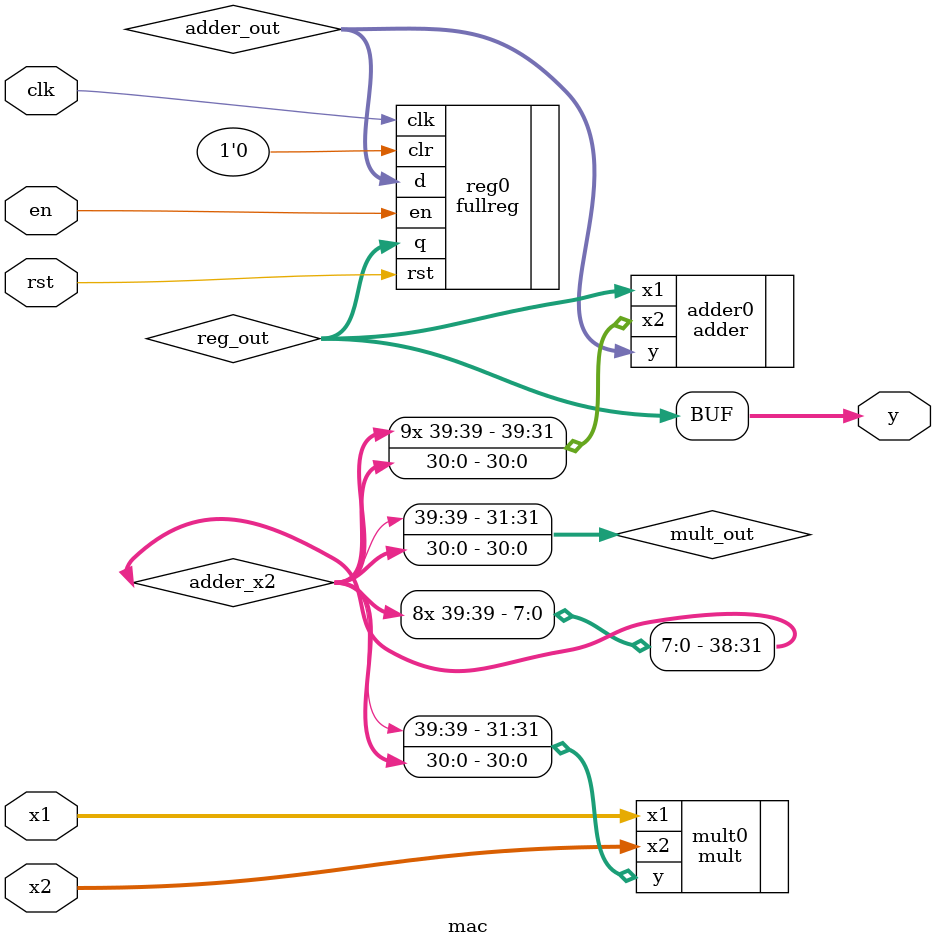
<source format=v>
`timescale 1ns / 1ps


module mac(
    input [15:0] x1,
    input [15:0] x2,
    input clk,
    input rst,
    input en,
    output [39:0] y
    );
    
     wire [39:0]adder_out,reg_out,adder_x2;
     wire [31:0] mult_out;
     
      mult #(.N(16)) mult0
    (
    .x1(x1),
    .x2(x2),    
    .y(mult_out)
    );
    
    assign adder_x2={{8{mult_out[31]}},mult_out};
     adder #(.N(40)) adder0
    (
    .x1(reg_out),
    .x2(adder_x2),
    .y(adder_out)    
    );
    
    
     fullreg #(.N(40)) reg0
    (
    .d(adder_out),
    .q(reg_out),
    .clk(clk),
    .en(en),
    .rst(rst),
    .clr(1'b0)
    );
    
    assign y=reg_out;

endmodule

</source>
